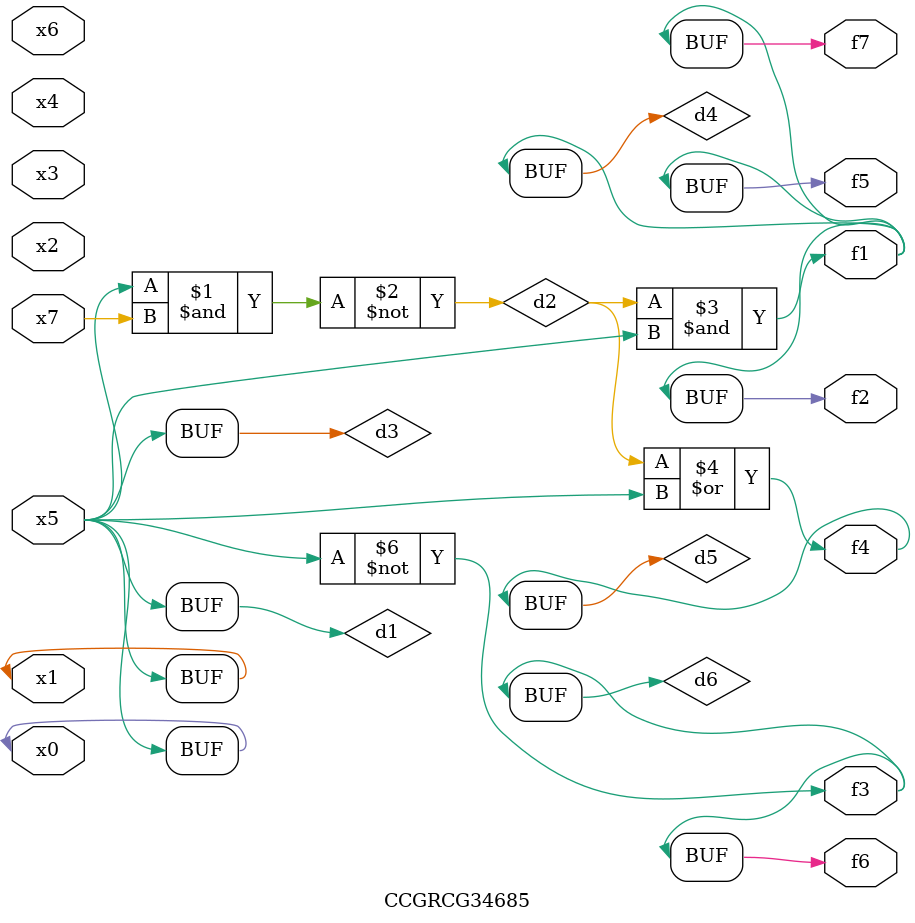
<source format=v>
module CCGRCG34685(
	input x0, x1, x2, x3, x4, x5, x6, x7,
	output f1, f2, f3, f4, f5, f6, f7
);

	wire d1, d2, d3, d4, d5, d6;

	buf (d1, x0, x5);
	nand (d2, x5, x7);
	buf (d3, x0, x1);
	and (d4, d2, d3);
	or (d5, d2, d3);
	nor (d6, d1, d3);
	assign f1 = d4;
	assign f2 = d4;
	assign f3 = d6;
	assign f4 = d5;
	assign f5 = d4;
	assign f6 = d6;
	assign f7 = d4;
endmodule

</source>
